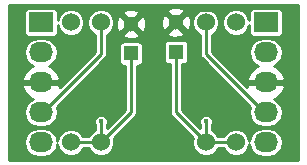
<source format=gbl>
G04 #@! TF.FileFunction,Copper,L2,Bot,Signal*
%FSLAX46Y46*%
G04 Gerber Fmt 4.6, Leading zero omitted, Abs format (unit mm)*
G04 Created by KiCad (PCBNEW 4.0.2-stable) date Monday, April 10, 2017 'pmt' 04:49:55 pm*
%MOMM*%
G01*
G04 APERTURE LIST*
%ADD10C,0.100000*%
%ADD11R,1.300000X1.300000*%
%ADD12C,1.300000*%
%ADD13R,2.032000X1.727200*%
%ADD14O,2.032000X1.727200*%
%ADD15C,1.524000*%
%ADD16C,0.400000*%
%ADD17C,0.250000*%
%ADD18C,0.254000*%
G04 APERTURE END LIST*
D10*
D11*
X147320000Y-102957000D03*
D12*
X147320000Y-100457000D03*
D11*
X151130000Y-102830000D03*
D12*
X151130000Y-100330000D03*
D13*
X139700000Y-100330000D03*
D14*
X139700000Y-102870000D03*
X139700000Y-105410000D03*
X139700000Y-107950000D03*
X139700000Y-110490000D03*
D15*
X142240000Y-110490000D03*
X142240000Y-100330000D03*
X144780000Y-110490000D03*
X144780000Y-100330000D03*
X156210000Y-110490000D03*
X156210000Y-100330000D03*
X153670000Y-110490000D03*
X153670000Y-100330000D03*
D13*
X158750000Y-100330000D03*
D14*
X158750000Y-102870000D03*
X158750000Y-105410000D03*
X158750000Y-107950000D03*
X158750000Y-110490000D03*
D16*
X144780000Y-108712004D03*
X152781000Y-107315000D03*
X145669000Y-107315000D03*
X154940000Y-101854000D03*
X143510000Y-101854000D03*
X152654000Y-102870000D03*
X145796000Y-102870000D03*
X156845002Y-104140000D03*
X156845000Y-107950000D03*
X154940000Y-107950000D03*
X154940000Y-106172000D03*
X143510000Y-107950000D03*
X141605000Y-107950000D03*
X143510000Y-106172000D03*
X141605000Y-104140000D03*
X149225000Y-100330000D03*
X149225000Y-102870000D03*
X149225000Y-105410000D03*
X146685000Y-110871000D03*
X148336000Y-110871000D03*
X150114000Y-110871000D03*
X151765000Y-110871000D03*
X160782000Y-110490000D03*
X160782000Y-107950000D03*
X160782000Y-100330000D03*
X160782000Y-102870000D03*
X160782000Y-105410000D03*
X137541000Y-110490000D03*
X137541000Y-107950000D03*
X137541000Y-100330000D03*
X137541000Y-102870000D03*
X137541000Y-105410000D03*
X149225000Y-107061000D03*
X153670000Y-108712000D03*
D17*
X144780000Y-110490000D02*
X144780000Y-108712004D01*
X144780000Y-110490000D02*
X143702370Y-110490000D01*
X143702370Y-110490000D02*
X142240000Y-110490000D01*
X147320000Y-102957000D02*
X147320000Y-107950000D01*
X147320000Y-107950000D02*
X144780000Y-110490000D01*
X152980999Y-107115001D02*
X152781000Y-107315000D01*
X153924000Y-106172000D02*
X152980999Y-107115001D01*
X154940000Y-106172000D02*
X153924000Y-106172000D01*
X151130000Y-100330000D02*
X152217001Y-99242999D01*
X152217001Y-99242999D02*
X154191761Y-99242999D01*
X154191761Y-99242999D02*
X154940000Y-99991238D01*
X154940000Y-99991238D02*
X154940000Y-101854000D01*
X143510000Y-101854000D02*
X143510000Y-102235000D01*
X143510000Y-102235000D02*
X141605000Y-104140000D01*
X147320000Y-100457000D02*
X145796000Y-101981000D01*
X145796000Y-101981000D02*
X145796000Y-102870000D01*
X154940000Y-106172000D02*
X154940000Y-107950000D01*
X143510000Y-106172000D02*
X141732000Y-107950000D01*
X141732000Y-107950000D02*
X141605000Y-107950000D01*
X149225000Y-105410000D02*
X149225000Y-102870000D01*
X149225000Y-102870000D02*
X149225000Y-102362000D01*
X149225000Y-107061000D02*
X149225000Y-105410000D01*
X160782000Y-110490000D02*
X159512000Y-111760000D01*
X159512000Y-111760000D02*
X152654000Y-111760000D01*
X152654000Y-111760000D02*
X151765000Y-110871000D01*
X150114000Y-110871000D02*
X148336000Y-110871000D01*
X160782000Y-100330000D02*
X160782000Y-107950000D01*
X158750000Y-105410000D02*
X160782000Y-105410000D01*
X137541000Y-110490000D02*
X137541000Y-110998000D01*
X137541000Y-100330000D02*
X137541000Y-107950000D01*
X137541000Y-105410000D02*
X137541000Y-102870000D01*
X149225000Y-102362000D02*
X147320000Y-100457000D01*
X153670000Y-110490000D02*
X153670000Y-108712000D01*
X153670000Y-110490000D02*
X154747630Y-110490000D01*
X154747630Y-110490000D02*
X156210000Y-110490000D01*
X151130000Y-102830000D02*
X151130000Y-107950000D01*
X151130000Y-107950000D02*
X153670000Y-110490000D01*
X153670000Y-100330000D02*
X153670000Y-103022400D01*
X153670000Y-103022400D02*
X158597600Y-107950000D01*
X158597600Y-107950000D02*
X158750000Y-107950000D01*
X144780000Y-100330000D02*
X144780000Y-103022400D01*
X144780000Y-103022400D02*
X139852400Y-107950000D01*
X139852400Y-107950000D02*
X139700000Y-107950000D01*
D18*
G36*
X161469000Y-111939000D02*
X136981000Y-111939000D01*
X136981000Y-110490000D01*
X138275631Y-110490000D01*
X138370371Y-110966288D01*
X138640166Y-111370065D01*
X139043943Y-111639860D01*
X139520231Y-111734600D01*
X139879769Y-111734600D01*
X140356057Y-111639860D01*
X140759834Y-111370065D01*
X141029629Y-110966288D01*
X141096879Y-110628201D01*
X141096802Y-110716359D01*
X141270446Y-111136612D01*
X141591697Y-111458423D01*
X142011646Y-111632801D01*
X142466359Y-111633198D01*
X142886612Y-111459554D01*
X143208423Y-111138303D01*
X143267512Y-110996000D01*
X143752347Y-110996000D01*
X143810446Y-111136612D01*
X144131697Y-111458423D01*
X144551646Y-111632801D01*
X145006359Y-111633198D01*
X145426612Y-111459554D01*
X145748423Y-111138303D01*
X145922801Y-110718354D01*
X145923198Y-110263641D01*
X145864357Y-110121235D01*
X147677796Y-108307796D01*
X147787483Y-108143638D01*
X147826000Y-107950000D01*
X147826000Y-103995464D01*
X147970000Y-103995464D01*
X148111190Y-103968897D01*
X148240865Y-103885454D01*
X148327859Y-103758134D01*
X148358464Y-103607000D01*
X148358464Y-102307000D01*
X148334568Y-102180000D01*
X150091536Y-102180000D01*
X150091536Y-103480000D01*
X150118103Y-103621190D01*
X150201546Y-103750865D01*
X150328866Y-103837859D01*
X150480000Y-103868464D01*
X150624000Y-103868464D01*
X150624000Y-107950000D01*
X150662517Y-108143638D01*
X150772204Y-108307796D01*
X152585544Y-110121136D01*
X152527199Y-110261646D01*
X152526802Y-110716359D01*
X152700446Y-111136612D01*
X153021697Y-111458423D01*
X153441646Y-111632801D01*
X153896359Y-111633198D01*
X154316612Y-111459554D01*
X154638423Y-111138303D01*
X154697512Y-110996000D01*
X155182347Y-110996000D01*
X155240446Y-111136612D01*
X155561697Y-111458423D01*
X155981646Y-111632801D01*
X156436359Y-111633198D01*
X156856612Y-111459554D01*
X157178423Y-111138303D01*
X157352801Y-110718354D01*
X157352881Y-110626993D01*
X157420371Y-110966288D01*
X157690166Y-111370065D01*
X158093943Y-111639860D01*
X158570231Y-111734600D01*
X158929769Y-111734600D01*
X159406057Y-111639860D01*
X159809834Y-111370065D01*
X160079629Y-110966288D01*
X160174369Y-110490000D01*
X160079629Y-110013712D01*
X159809834Y-109609935D01*
X159406057Y-109340140D01*
X158929769Y-109245400D01*
X158570231Y-109245400D01*
X158093943Y-109340140D01*
X157690166Y-109609935D01*
X157420371Y-110013712D01*
X157353121Y-110351799D01*
X157353198Y-110263641D01*
X157179554Y-109843388D01*
X156858303Y-109521577D01*
X156438354Y-109347199D01*
X155983641Y-109346802D01*
X155563388Y-109520446D01*
X155241577Y-109841697D01*
X155182488Y-109984000D01*
X154697653Y-109984000D01*
X154639554Y-109843388D01*
X154318303Y-109521577D01*
X154176000Y-109462488D01*
X154176000Y-109008450D01*
X154250898Y-108828075D01*
X154251100Y-108596939D01*
X154162835Y-108383320D01*
X153999540Y-108219740D01*
X153786075Y-108131102D01*
X153554939Y-108130900D01*
X153341320Y-108219165D01*
X153177740Y-108382460D01*
X153089102Y-108595925D01*
X153088900Y-108827061D01*
X153164000Y-109008818D01*
X153164000Y-109268408D01*
X151636000Y-107740408D01*
X151636000Y-103868464D01*
X151780000Y-103868464D01*
X151921190Y-103841897D01*
X152050865Y-103758454D01*
X152137859Y-103631134D01*
X152168464Y-103480000D01*
X152168464Y-102180000D01*
X152141897Y-102038810D01*
X152058454Y-101909135D01*
X151931134Y-101822141D01*
X151780000Y-101791536D01*
X150480000Y-101791536D01*
X150338810Y-101818103D01*
X150209135Y-101901546D01*
X150122141Y-102028866D01*
X150091536Y-102180000D01*
X148334568Y-102180000D01*
X148331897Y-102165810D01*
X148248454Y-102036135D01*
X148121134Y-101949141D01*
X147970000Y-101918536D01*
X146670000Y-101918536D01*
X146528810Y-101945103D01*
X146399135Y-102028546D01*
X146312141Y-102155866D01*
X146281536Y-102307000D01*
X146281536Y-103607000D01*
X146308103Y-103748190D01*
X146391546Y-103877865D01*
X146518866Y-103964859D01*
X146670000Y-103995464D01*
X146814000Y-103995464D01*
X146814000Y-107740408D01*
X145286000Y-109268408D01*
X145286000Y-109008454D01*
X145360898Y-108828079D01*
X145361100Y-108596943D01*
X145272835Y-108383324D01*
X145109540Y-108219744D01*
X144896075Y-108131106D01*
X144664939Y-108130904D01*
X144451320Y-108219169D01*
X144287740Y-108382464D01*
X144199102Y-108595929D01*
X144198900Y-108827065D01*
X144274000Y-109008822D01*
X144274000Y-109462347D01*
X144133388Y-109520446D01*
X143811577Y-109841697D01*
X143752488Y-109984000D01*
X143267653Y-109984000D01*
X143209554Y-109843388D01*
X142888303Y-109521577D01*
X142468354Y-109347199D01*
X142013641Y-109346802D01*
X141593388Y-109520446D01*
X141271577Y-109841697D01*
X141097199Y-110261646D01*
X141097119Y-110353007D01*
X141029629Y-110013712D01*
X140759834Y-109609935D01*
X140356057Y-109340140D01*
X139879769Y-109245400D01*
X139520231Y-109245400D01*
X139043943Y-109340140D01*
X138640166Y-109609935D01*
X138370371Y-110013712D01*
X138275631Y-110490000D01*
X136981000Y-110490000D01*
X136981000Y-105769026D01*
X138092642Y-105769026D01*
X138095291Y-105784791D01*
X138349268Y-106312036D01*
X138785680Y-106701954D01*
X139058243Y-106797296D01*
X139043943Y-106800140D01*
X138640166Y-107069935D01*
X138370371Y-107473712D01*
X138275631Y-107950000D01*
X138370371Y-108426288D01*
X138640166Y-108830065D01*
X139043943Y-109099860D01*
X139520231Y-109194600D01*
X139879769Y-109194600D01*
X140356057Y-109099860D01*
X140759834Y-108830065D01*
X141029629Y-108426288D01*
X141124369Y-107950000D01*
X141032060Y-107485932D01*
X145137796Y-103380196D01*
X145247483Y-103216038D01*
X145286000Y-103022400D01*
X145286000Y-101357653D01*
X145289961Y-101356016D01*
X146600590Y-101356016D01*
X146656271Y-101586611D01*
X147139078Y-101754622D01*
X147649428Y-101725083D01*
X147983729Y-101586611D01*
X148039410Y-101356016D01*
X147912411Y-101229016D01*
X150410590Y-101229016D01*
X150466271Y-101459611D01*
X150949078Y-101627622D01*
X151459428Y-101598083D01*
X151793729Y-101459611D01*
X151849410Y-101229016D01*
X151130000Y-100509605D01*
X150410590Y-101229016D01*
X147912411Y-101229016D01*
X147320000Y-100636605D01*
X146600590Y-101356016D01*
X145289961Y-101356016D01*
X145426612Y-101299554D01*
X145748423Y-100978303D01*
X145922801Y-100558354D01*
X145923047Y-100276078D01*
X146022378Y-100276078D01*
X146051917Y-100786428D01*
X146190389Y-101120729D01*
X146420984Y-101176410D01*
X147140395Y-100457000D01*
X147499605Y-100457000D01*
X148219016Y-101176410D01*
X148449611Y-101120729D01*
X148617622Y-100637922D01*
X148589328Y-100149078D01*
X149832378Y-100149078D01*
X149861917Y-100659428D01*
X150000389Y-100993729D01*
X150230984Y-101049410D01*
X150950395Y-100330000D01*
X151309605Y-100330000D01*
X152029016Y-101049410D01*
X152259611Y-100993729D01*
X152411810Y-100556359D01*
X152526802Y-100556359D01*
X152700446Y-100976612D01*
X153021697Y-101298423D01*
X153164000Y-101357512D01*
X153164000Y-103022400D01*
X153202517Y-103216038D01*
X153312204Y-103380196D01*
X157417940Y-107485932D01*
X157325631Y-107950000D01*
X157420371Y-108426288D01*
X157690166Y-108830065D01*
X158093943Y-109099860D01*
X158570231Y-109194600D01*
X158929769Y-109194600D01*
X159406057Y-109099860D01*
X159809834Y-108830065D01*
X160079629Y-108426288D01*
X160174369Y-107950000D01*
X160079629Y-107473712D01*
X159809834Y-107069935D01*
X159406057Y-106800140D01*
X159391757Y-106797296D01*
X159664320Y-106701954D01*
X160100732Y-106312036D01*
X160354709Y-105784791D01*
X160357358Y-105769026D01*
X160236217Y-105537000D01*
X158877000Y-105537000D01*
X158877000Y-105557000D01*
X158623000Y-105557000D01*
X158623000Y-105537000D01*
X157263783Y-105537000D01*
X157142642Y-105769026D01*
X157144747Y-105781555D01*
X156414166Y-105050974D01*
X157142642Y-105050974D01*
X157263783Y-105283000D01*
X158623000Y-105283000D01*
X158623000Y-105263000D01*
X158877000Y-105263000D01*
X158877000Y-105283000D01*
X160236217Y-105283000D01*
X160357358Y-105050974D01*
X160354709Y-105035209D01*
X160100732Y-104507964D01*
X159664320Y-104118046D01*
X159391757Y-104022704D01*
X159406057Y-104019860D01*
X159809834Y-103750065D01*
X160079629Y-103346288D01*
X160174369Y-102870000D01*
X160079629Y-102393712D01*
X159809834Y-101989935D01*
X159406057Y-101720140D01*
X158929769Y-101625400D01*
X158570231Y-101625400D01*
X158093943Y-101720140D01*
X157690166Y-101989935D01*
X157420371Y-102393712D01*
X157325631Y-102870000D01*
X157420371Y-103346288D01*
X157690166Y-103750065D01*
X158093943Y-104019860D01*
X158108243Y-104022704D01*
X157835680Y-104118046D01*
X157399268Y-104507964D01*
X157145291Y-105035209D01*
X157142642Y-105050974D01*
X156414166Y-105050974D01*
X154176000Y-102812808D01*
X154176000Y-101357653D01*
X154316612Y-101299554D01*
X154638423Y-100978303D01*
X154812801Y-100558354D01*
X154812802Y-100556359D01*
X155066802Y-100556359D01*
X155240446Y-100976612D01*
X155561697Y-101298423D01*
X155981646Y-101472801D01*
X156436359Y-101473198D01*
X156856612Y-101299554D01*
X157178423Y-100978303D01*
X157345536Y-100575850D01*
X157345536Y-101193600D01*
X157372103Y-101334790D01*
X157455546Y-101464465D01*
X157582866Y-101551459D01*
X157734000Y-101582064D01*
X159766000Y-101582064D01*
X159907190Y-101555497D01*
X160036865Y-101472054D01*
X160123859Y-101344734D01*
X160154464Y-101193600D01*
X160154464Y-99466400D01*
X160127897Y-99325210D01*
X160044454Y-99195535D01*
X159917134Y-99108541D01*
X159766000Y-99077936D01*
X157734000Y-99077936D01*
X157592810Y-99104503D01*
X157463135Y-99187946D01*
X157376141Y-99315266D01*
X157345536Y-99466400D01*
X157345536Y-100085097D01*
X157179554Y-99683388D01*
X156858303Y-99361577D01*
X156438354Y-99187199D01*
X155983641Y-99186802D01*
X155563388Y-99360446D01*
X155241577Y-99681697D01*
X155067199Y-100101646D01*
X155066802Y-100556359D01*
X154812802Y-100556359D01*
X154813198Y-100103641D01*
X154639554Y-99683388D01*
X154318303Y-99361577D01*
X153898354Y-99187199D01*
X153443641Y-99186802D01*
X153023388Y-99360446D01*
X152701577Y-99681697D01*
X152527199Y-100101646D01*
X152526802Y-100556359D01*
X152411810Y-100556359D01*
X152427622Y-100510922D01*
X152398083Y-100000572D01*
X152259611Y-99666271D01*
X152029016Y-99610590D01*
X151309605Y-100330000D01*
X150950395Y-100330000D01*
X150230984Y-99610590D01*
X150000389Y-99666271D01*
X149832378Y-100149078D01*
X148589328Y-100149078D01*
X148588083Y-100127572D01*
X148449611Y-99793271D01*
X148219016Y-99737590D01*
X147499605Y-100457000D01*
X147140395Y-100457000D01*
X146420984Y-99737590D01*
X146190389Y-99793271D01*
X146022378Y-100276078D01*
X145923047Y-100276078D01*
X145923198Y-100103641D01*
X145749554Y-99683388D01*
X145624369Y-99557984D01*
X146600590Y-99557984D01*
X147320000Y-100277395D01*
X148039410Y-99557984D01*
X148008744Y-99430984D01*
X150410590Y-99430984D01*
X151130000Y-100150395D01*
X151849410Y-99430984D01*
X151793729Y-99200389D01*
X151310922Y-99032378D01*
X150800572Y-99061917D01*
X150466271Y-99200389D01*
X150410590Y-99430984D01*
X148008744Y-99430984D01*
X147983729Y-99327389D01*
X147500922Y-99159378D01*
X146990572Y-99188917D01*
X146656271Y-99327389D01*
X146600590Y-99557984D01*
X145624369Y-99557984D01*
X145428303Y-99361577D01*
X145008354Y-99187199D01*
X144553641Y-99186802D01*
X144133388Y-99360446D01*
X143811577Y-99681697D01*
X143637199Y-100101646D01*
X143636802Y-100556359D01*
X143810446Y-100976612D01*
X144131697Y-101298423D01*
X144274000Y-101357512D01*
X144274000Y-102812808D01*
X141305253Y-105781555D01*
X141307358Y-105769026D01*
X141186217Y-105537000D01*
X139827000Y-105537000D01*
X139827000Y-105557000D01*
X139573000Y-105557000D01*
X139573000Y-105537000D01*
X138213783Y-105537000D01*
X138092642Y-105769026D01*
X136981000Y-105769026D01*
X136981000Y-105050974D01*
X138092642Y-105050974D01*
X138213783Y-105283000D01*
X139573000Y-105283000D01*
X139573000Y-105263000D01*
X139827000Y-105263000D01*
X139827000Y-105283000D01*
X141186217Y-105283000D01*
X141307358Y-105050974D01*
X141304709Y-105035209D01*
X141050732Y-104507964D01*
X140614320Y-104118046D01*
X140341757Y-104022704D01*
X140356057Y-104019860D01*
X140759834Y-103750065D01*
X141029629Y-103346288D01*
X141124369Y-102870000D01*
X141029629Y-102393712D01*
X140759834Y-101989935D01*
X140356057Y-101720140D01*
X139879769Y-101625400D01*
X139520231Y-101625400D01*
X139043943Y-101720140D01*
X138640166Y-101989935D01*
X138370371Y-102393712D01*
X138275631Y-102870000D01*
X138370371Y-103346288D01*
X138640166Y-103750065D01*
X139043943Y-104019860D01*
X139058243Y-104022704D01*
X138785680Y-104118046D01*
X138349268Y-104507964D01*
X138095291Y-105035209D01*
X138092642Y-105050974D01*
X136981000Y-105050974D01*
X136981000Y-99466400D01*
X138295536Y-99466400D01*
X138295536Y-101193600D01*
X138322103Y-101334790D01*
X138405546Y-101464465D01*
X138532866Y-101551459D01*
X138684000Y-101582064D01*
X140716000Y-101582064D01*
X140857190Y-101555497D01*
X140986865Y-101472054D01*
X141073859Y-101344734D01*
X141104464Y-101193600D01*
X141104464Y-100574903D01*
X141270446Y-100976612D01*
X141591697Y-101298423D01*
X142011646Y-101472801D01*
X142466359Y-101473198D01*
X142886612Y-101299554D01*
X143208423Y-100978303D01*
X143382801Y-100558354D01*
X143383198Y-100103641D01*
X143209554Y-99683388D01*
X142888303Y-99361577D01*
X142468354Y-99187199D01*
X142013641Y-99186802D01*
X141593388Y-99360446D01*
X141271577Y-99681697D01*
X141104464Y-100084150D01*
X141104464Y-99466400D01*
X141077897Y-99325210D01*
X140994454Y-99195535D01*
X140867134Y-99108541D01*
X140716000Y-99077936D01*
X138684000Y-99077936D01*
X138542810Y-99104503D01*
X138413135Y-99187946D01*
X138326141Y-99315266D01*
X138295536Y-99466400D01*
X136981000Y-99466400D01*
X136981000Y-98881000D01*
X161469000Y-98881000D01*
X161469000Y-111939000D01*
X161469000Y-111939000D01*
G37*
X161469000Y-111939000D02*
X136981000Y-111939000D01*
X136981000Y-110490000D01*
X138275631Y-110490000D01*
X138370371Y-110966288D01*
X138640166Y-111370065D01*
X139043943Y-111639860D01*
X139520231Y-111734600D01*
X139879769Y-111734600D01*
X140356057Y-111639860D01*
X140759834Y-111370065D01*
X141029629Y-110966288D01*
X141096879Y-110628201D01*
X141096802Y-110716359D01*
X141270446Y-111136612D01*
X141591697Y-111458423D01*
X142011646Y-111632801D01*
X142466359Y-111633198D01*
X142886612Y-111459554D01*
X143208423Y-111138303D01*
X143267512Y-110996000D01*
X143752347Y-110996000D01*
X143810446Y-111136612D01*
X144131697Y-111458423D01*
X144551646Y-111632801D01*
X145006359Y-111633198D01*
X145426612Y-111459554D01*
X145748423Y-111138303D01*
X145922801Y-110718354D01*
X145923198Y-110263641D01*
X145864357Y-110121235D01*
X147677796Y-108307796D01*
X147787483Y-108143638D01*
X147826000Y-107950000D01*
X147826000Y-103995464D01*
X147970000Y-103995464D01*
X148111190Y-103968897D01*
X148240865Y-103885454D01*
X148327859Y-103758134D01*
X148358464Y-103607000D01*
X148358464Y-102307000D01*
X148334568Y-102180000D01*
X150091536Y-102180000D01*
X150091536Y-103480000D01*
X150118103Y-103621190D01*
X150201546Y-103750865D01*
X150328866Y-103837859D01*
X150480000Y-103868464D01*
X150624000Y-103868464D01*
X150624000Y-107950000D01*
X150662517Y-108143638D01*
X150772204Y-108307796D01*
X152585544Y-110121136D01*
X152527199Y-110261646D01*
X152526802Y-110716359D01*
X152700446Y-111136612D01*
X153021697Y-111458423D01*
X153441646Y-111632801D01*
X153896359Y-111633198D01*
X154316612Y-111459554D01*
X154638423Y-111138303D01*
X154697512Y-110996000D01*
X155182347Y-110996000D01*
X155240446Y-111136612D01*
X155561697Y-111458423D01*
X155981646Y-111632801D01*
X156436359Y-111633198D01*
X156856612Y-111459554D01*
X157178423Y-111138303D01*
X157352801Y-110718354D01*
X157352881Y-110626993D01*
X157420371Y-110966288D01*
X157690166Y-111370065D01*
X158093943Y-111639860D01*
X158570231Y-111734600D01*
X158929769Y-111734600D01*
X159406057Y-111639860D01*
X159809834Y-111370065D01*
X160079629Y-110966288D01*
X160174369Y-110490000D01*
X160079629Y-110013712D01*
X159809834Y-109609935D01*
X159406057Y-109340140D01*
X158929769Y-109245400D01*
X158570231Y-109245400D01*
X158093943Y-109340140D01*
X157690166Y-109609935D01*
X157420371Y-110013712D01*
X157353121Y-110351799D01*
X157353198Y-110263641D01*
X157179554Y-109843388D01*
X156858303Y-109521577D01*
X156438354Y-109347199D01*
X155983641Y-109346802D01*
X155563388Y-109520446D01*
X155241577Y-109841697D01*
X155182488Y-109984000D01*
X154697653Y-109984000D01*
X154639554Y-109843388D01*
X154318303Y-109521577D01*
X154176000Y-109462488D01*
X154176000Y-109008450D01*
X154250898Y-108828075D01*
X154251100Y-108596939D01*
X154162835Y-108383320D01*
X153999540Y-108219740D01*
X153786075Y-108131102D01*
X153554939Y-108130900D01*
X153341320Y-108219165D01*
X153177740Y-108382460D01*
X153089102Y-108595925D01*
X153088900Y-108827061D01*
X153164000Y-109008818D01*
X153164000Y-109268408D01*
X151636000Y-107740408D01*
X151636000Y-103868464D01*
X151780000Y-103868464D01*
X151921190Y-103841897D01*
X152050865Y-103758454D01*
X152137859Y-103631134D01*
X152168464Y-103480000D01*
X152168464Y-102180000D01*
X152141897Y-102038810D01*
X152058454Y-101909135D01*
X151931134Y-101822141D01*
X151780000Y-101791536D01*
X150480000Y-101791536D01*
X150338810Y-101818103D01*
X150209135Y-101901546D01*
X150122141Y-102028866D01*
X150091536Y-102180000D01*
X148334568Y-102180000D01*
X148331897Y-102165810D01*
X148248454Y-102036135D01*
X148121134Y-101949141D01*
X147970000Y-101918536D01*
X146670000Y-101918536D01*
X146528810Y-101945103D01*
X146399135Y-102028546D01*
X146312141Y-102155866D01*
X146281536Y-102307000D01*
X146281536Y-103607000D01*
X146308103Y-103748190D01*
X146391546Y-103877865D01*
X146518866Y-103964859D01*
X146670000Y-103995464D01*
X146814000Y-103995464D01*
X146814000Y-107740408D01*
X145286000Y-109268408D01*
X145286000Y-109008454D01*
X145360898Y-108828079D01*
X145361100Y-108596943D01*
X145272835Y-108383324D01*
X145109540Y-108219744D01*
X144896075Y-108131106D01*
X144664939Y-108130904D01*
X144451320Y-108219169D01*
X144287740Y-108382464D01*
X144199102Y-108595929D01*
X144198900Y-108827065D01*
X144274000Y-109008822D01*
X144274000Y-109462347D01*
X144133388Y-109520446D01*
X143811577Y-109841697D01*
X143752488Y-109984000D01*
X143267653Y-109984000D01*
X143209554Y-109843388D01*
X142888303Y-109521577D01*
X142468354Y-109347199D01*
X142013641Y-109346802D01*
X141593388Y-109520446D01*
X141271577Y-109841697D01*
X141097199Y-110261646D01*
X141097119Y-110353007D01*
X141029629Y-110013712D01*
X140759834Y-109609935D01*
X140356057Y-109340140D01*
X139879769Y-109245400D01*
X139520231Y-109245400D01*
X139043943Y-109340140D01*
X138640166Y-109609935D01*
X138370371Y-110013712D01*
X138275631Y-110490000D01*
X136981000Y-110490000D01*
X136981000Y-105769026D01*
X138092642Y-105769026D01*
X138095291Y-105784791D01*
X138349268Y-106312036D01*
X138785680Y-106701954D01*
X139058243Y-106797296D01*
X139043943Y-106800140D01*
X138640166Y-107069935D01*
X138370371Y-107473712D01*
X138275631Y-107950000D01*
X138370371Y-108426288D01*
X138640166Y-108830065D01*
X139043943Y-109099860D01*
X139520231Y-109194600D01*
X139879769Y-109194600D01*
X140356057Y-109099860D01*
X140759834Y-108830065D01*
X141029629Y-108426288D01*
X141124369Y-107950000D01*
X141032060Y-107485932D01*
X145137796Y-103380196D01*
X145247483Y-103216038D01*
X145286000Y-103022400D01*
X145286000Y-101357653D01*
X145289961Y-101356016D01*
X146600590Y-101356016D01*
X146656271Y-101586611D01*
X147139078Y-101754622D01*
X147649428Y-101725083D01*
X147983729Y-101586611D01*
X148039410Y-101356016D01*
X147912411Y-101229016D01*
X150410590Y-101229016D01*
X150466271Y-101459611D01*
X150949078Y-101627622D01*
X151459428Y-101598083D01*
X151793729Y-101459611D01*
X151849410Y-101229016D01*
X151130000Y-100509605D01*
X150410590Y-101229016D01*
X147912411Y-101229016D01*
X147320000Y-100636605D01*
X146600590Y-101356016D01*
X145289961Y-101356016D01*
X145426612Y-101299554D01*
X145748423Y-100978303D01*
X145922801Y-100558354D01*
X145923047Y-100276078D01*
X146022378Y-100276078D01*
X146051917Y-100786428D01*
X146190389Y-101120729D01*
X146420984Y-101176410D01*
X147140395Y-100457000D01*
X147499605Y-100457000D01*
X148219016Y-101176410D01*
X148449611Y-101120729D01*
X148617622Y-100637922D01*
X148589328Y-100149078D01*
X149832378Y-100149078D01*
X149861917Y-100659428D01*
X150000389Y-100993729D01*
X150230984Y-101049410D01*
X150950395Y-100330000D01*
X151309605Y-100330000D01*
X152029016Y-101049410D01*
X152259611Y-100993729D01*
X152411810Y-100556359D01*
X152526802Y-100556359D01*
X152700446Y-100976612D01*
X153021697Y-101298423D01*
X153164000Y-101357512D01*
X153164000Y-103022400D01*
X153202517Y-103216038D01*
X153312204Y-103380196D01*
X157417940Y-107485932D01*
X157325631Y-107950000D01*
X157420371Y-108426288D01*
X157690166Y-108830065D01*
X158093943Y-109099860D01*
X158570231Y-109194600D01*
X158929769Y-109194600D01*
X159406057Y-109099860D01*
X159809834Y-108830065D01*
X160079629Y-108426288D01*
X160174369Y-107950000D01*
X160079629Y-107473712D01*
X159809834Y-107069935D01*
X159406057Y-106800140D01*
X159391757Y-106797296D01*
X159664320Y-106701954D01*
X160100732Y-106312036D01*
X160354709Y-105784791D01*
X160357358Y-105769026D01*
X160236217Y-105537000D01*
X158877000Y-105537000D01*
X158877000Y-105557000D01*
X158623000Y-105557000D01*
X158623000Y-105537000D01*
X157263783Y-105537000D01*
X157142642Y-105769026D01*
X157144747Y-105781555D01*
X156414166Y-105050974D01*
X157142642Y-105050974D01*
X157263783Y-105283000D01*
X158623000Y-105283000D01*
X158623000Y-105263000D01*
X158877000Y-105263000D01*
X158877000Y-105283000D01*
X160236217Y-105283000D01*
X160357358Y-105050974D01*
X160354709Y-105035209D01*
X160100732Y-104507964D01*
X159664320Y-104118046D01*
X159391757Y-104022704D01*
X159406057Y-104019860D01*
X159809834Y-103750065D01*
X160079629Y-103346288D01*
X160174369Y-102870000D01*
X160079629Y-102393712D01*
X159809834Y-101989935D01*
X159406057Y-101720140D01*
X158929769Y-101625400D01*
X158570231Y-101625400D01*
X158093943Y-101720140D01*
X157690166Y-101989935D01*
X157420371Y-102393712D01*
X157325631Y-102870000D01*
X157420371Y-103346288D01*
X157690166Y-103750065D01*
X158093943Y-104019860D01*
X158108243Y-104022704D01*
X157835680Y-104118046D01*
X157399268Y-104507964D01*
X157145291Y-105035209D01*
X157142642Y-105050974D01*
X156414166Y-105050974D01*
X154176000Y-102812808D01*
X154176000Y-101357653D01*
X154316612Y-101299554D01*
X154638423Y-100978303D01*
X154812801Y-100558354D01*
X154812802Y-100556359D01*
X155066802Y-100556359D01*
X155240446Y-100976612D01*
X155561697Y-101298423D01*
X155981646Y-101472801D01*
X156436359Y-101473198D01*
X156856612Y-101299554D01*
X157178423Y-100978303D01*
X157345536Y-100575850D01*
X157345536Y-101193600D01*
X157372103Y-101334790D01*
X157455546Y-101464465D01*
X157582866Y-101551459D01*
X157734000Y-101582064D01*
X159766000Y-101582064D01*
X159907190Y-101555497D01*
X160036865Y-101472054D01*
X160123859Y-101344734D01*
X160154464Y-101193600D01*
X160154464Y-99466400D01*
X160127897Y-99325210D01*
X160044454Y-99195535D01*
X159917134Y-99108541D01*
X159766000Y-99077936D01*
X157734000Y-99077936D01*
X157592810Y-99104503D01*
X157463135Y-99187946D01*
X157376141Y-99315266D01*
X157345536Y-99466400D01*
X157345536Y-100085097D01*
X157179554Y-99683388D01*
X156858303Y-99361577D01*
X156438354Y-99187199D01*
X155983641Y-99186802D01*
X155563388Y-99360446D01*
X155241577Y-99681697D01*
X155067199Y-100101646D01*
X155066802Y-100556359D01*
X154812802Y-100556359D01*
X154813198Y-100103641D01*
X154639554Y-99683388D01*
X154318303Y-99361577D01*
X153898354Y-99187199D01*
X153443641Y-99186802D01*
X153023388Y-99360446D01*
X152701577Y-99681697D01*
X152527199Y-100101646D01*
X152526802Y-100556359D01*
X152411810Y-100556359D01*
X152427622Y-100510922D01*
X152398083Y-100000572D01*
X152259611Y-99666271D01*
X152029016Y-99610590D01*
X151309605Y-100330000D01*
X150950395Y-100330000D01*
X150230984Y-99610590D01*
X150000389Y-99666271D01*
X149832378Y-100149078D01*
X148589328Y-100149078D01*
X148588083Y-100127572D01*
X148449611Y-99793271D01*
X148219016Y-99737590D01*
X147499605Y-100457000D01*
X147140395Y-100457000D01*
X146420984Y-99737590D01*
X146190389Y-99793271D01*
X146022378Y-100276078D01*
X145923047Y-100276078D01*
X145923198Y-100103641D01*
X145749554Y-99683388D01*
X145624369Y-99557984D01*
X146600590Y-99557984D01*
X147320000Y-100277395D01*
X148039410Y-99557984D01*
X148008744Y-99430984D01*
X150410590Y-99430984D01*
X151130000Y-100150395D01*
X151849410Y-99430984D01*
X151793729Y-99200389D01*
X151310922Y-99032378D01*
X150800572Y-99061917D01*
X150466271Y-99200389D01*
X150410590Y-99430984D01*
X148008744Y-99430984D01*
X147983729Y-99327389D01*
X147500922Y-99159378D01*
X146990572Y-99188917D01*
X146656271Y-99327389D01*
X146600590Y-99557984D01*
X145624369Y-99557984D01*
X145428303Y-99361577D01*
X145008354Y-99187199D01*
X144553641Y-99186802D01*
X144133388Y-99360446D01*
X143811577Y-99681697D01*
X143637199Y-100101646D01*
X143636802Y-100556359D01*
X143810446Y-100976612D01*
X144131697Y-101298423D01*
X144274000Y-101357512D01*
X144274000Y-102812808D01*
X141305253Y-105781555D01*
X141307358Y-105769026D01*
X141186217Y-105537000D01*
X139827000Y-105537000D01*
X139827000Y-105557000D01*
X139573000Y-105557000D01*
X139573000Y-105537000D01*
X138213783Y-105537000D01*
X138092642Y-105769026D01*
X136981000Y-105769026D01*
X136981000Y-105050974D01*
X138092642Y-105050974D01*
X138213783Y-105283000D01*
X139573000Y-105283000D01*
X139573000Y-105263000D01*
X139827000Y-105263000D01*
X139827000Y-105283000D01*
X141186217Y-105283000D01*
X141307358Y-105050974D01*
X141304709Y-105035209D01*
X141050732Y-104507964D01*
X140614320Y-104118046D01*
X140341757Y-104022704D01*
X140356057Y-104019860D01*
X140759834Y-103750065D01*
X141029629Y-103346288D01*
X141124369Y-102870000D01*
X141029629Y-102393712D01*
X140759834Y-101989935D01*
X140356057Y-101720140D01*
X139879769Y-101625400D01*
X139520231Y-101625400D01*
X139043943Y-101720140D01*
X138640166Y-101989935D01*
X138370371Y-102393712D01*
X138275631Y-102870000D01*
X138370371Y-103346288D01*
X138640166Y-103750065D01*
X139043943Y-104019860D01*
X139058243Y-104022704D01*
X138785680Y-104118046D01*
X138349268Y-104507964D01*
X138095291Y-105035209D01*
X138092642Y-105050974D01*
X136981000Y-105050974D01*
X136981000Y-99466400D01*
X138295536Y-99466400D01*
X138295536Y-101193600D01*
X138322103Y-101334790D01*
X138405546Y-101464465D01*
X138532866Y-101551459D01*
X138684000Y-101582064D01*
X140716000Y-101582064D01*
X140857190Y-101555497D01*
X140986865Y-101472054D01*
X141073859Y-101344734D01*
X141104464Y-101193600D01*
X141104464Y-100574903D01*
X141270446Y-100976612D01*
X141591697Y-101298423D01*
X142011646Y-101472801D01*
X142466359Y-101473198D01*
X142886612Y-101299554D01*
X143208423Y-100978303D01*
X143382801Y-100558354D01*
X143383198Y-100103641D01*
X143209554Y-99683388D01*
X142888303Y-99361577D01*
X142468354Y-99187199D01*
X142013641Y-99186802D01*
X141593388Y-99360446D01*
X141271577Y-99681697D01*
X141104464Y-100084150D01*
X141104464Y-99466400D01*
X141077897Y-99325210D01*
X140994454Y-99195535D01*
X140867134Y-99108541D01*
X140716000Y-99077936D01*
X138684000Y-99077936D01*
X138542810Y-99104503D01*
X138413135Y-99187946D01*
X138326141Y-99315266D01*
X138295536Y-99466400D01*
X136981000Y-99466400D01*
X136981000Y-98881000D01*
X161469000Y-98881000D01*
X161469000Y-111939000D01*
M02*

</source>
